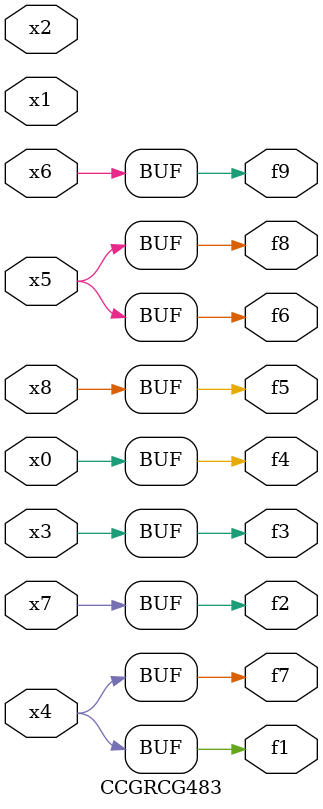
<source format=v>
module CCGRCG483(
	input x0, x1, x2, x3, x4, x5, x6, x7, x8,
	output f1, f2, f3, f4, f5, f6, f7, f8, f9
);
	assign f1 = x4;
	assign f2 = x7;
	assign f3 = x3;
	assign f4 = x0;
	assign f5 = x8;
	assign f6 = x5;
	assign f7 = x4;
	assign f8 = x5;
	assign f9 = x6;
endmodule

</source>
